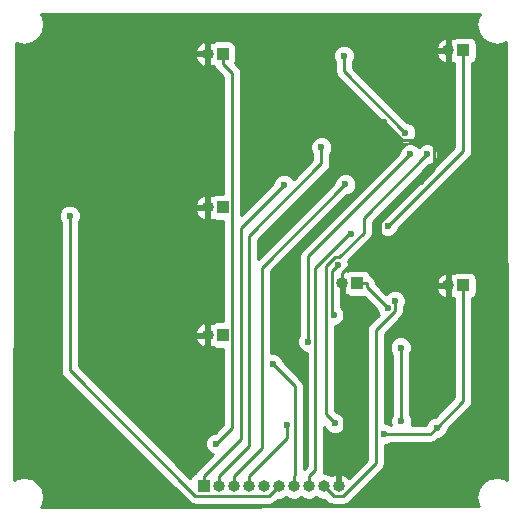
<source format=gbr>
G04 #@! TF.FileFunction,Copper,L2,Bot,Signal*
%FSLAX46Y46*%
G04 Gerber Fmt 4.6, Leading zero omitted, Abs format (unit mm)*
G04 Created by KiCad (PCBNEW 4.0.7) date 04/11/18 20:39:28*
%MOMM*%
%LPD*%
G01*
G04 APERTURE LIST*
%ADD10C,0.100000*%
%ADD11R,1.000000X1.000000*%
%ADD12O,1.000000X1.000000*%
%ADD13C,0.600000*%
%ADD14C,0.250000*%
%ADD15C,0.254000*%
G04 APERTURE END LIST*
D10*
D11*
X140670000Y-99630000D03*
D12*
X139400000Y-99630000D03*
D11*
X140670000Y-110430000D03*
D12*
X139400000Y-110430000D03*
D11*
X140670000Y-86630000D03*
D12*
X139400000Y-86630000D03*
D11*
X161070000Y-86330000D03*
D12*
X159800000Y-86330000D03*
D11*
X161070000Y-106230000D03*
D12*
X159800000Y-106230000D03*
D11*
X152070000Y-106030000D03*
D12*
X150800000Y-106030000D03*
D11*
X139070000Y-123230000D03*
D12*
X140340000Y-123230000D03*
X141610000Y-123230000D03*
X142880000Y-123230000D03*
X144150000Y-123230000D03*
X145420000Y-123230000D03*
X146690000Y-123230000D03*
X147960000Y-123230000D03*
X149230000Y-123230000D03*
X150500000Y-123230000D03*
D13*
X140134200Y-119630000D03*
X134363400Y-116180000D03*
X158895100Y-90800000D03*
X154358900Y-92420200D03*
X151138400Y-115500000D03*
X157497300Y-97507500D03*
X154650700Y-101187500D03*
X158790400Y-118275100D03*
X154372400Y-118810100D03*
X156537700Y-95127300D03*
X147917000Y-110988400D03*
X149042700Y-94535600D03*
X151067100Y-97676800D03*
X145880600Y-97700400D03*
X150198000Y-117905100D03*
X157991900Y-95127300D03*
X150118300Y-108743400D03*
X150415500Y-104521600D03*
X146169200Y-118011100D03*
X154647500Y-108132600D03*
X156135600Y-93300000D03*
X150945900Y-86771200D03*
X155807300Y-117720800D03*
X155751900Y-111485700D03*
X127733700Y-100332300D03*
X144931200Y-112871100D03*
X151535400Y-101885600D03*
X155259300Y-107526700D03*
D14*
X141495400Y-118268800D02*
X140134200Y-119630000D01*
X141495400Y-88280700D02*
X141495400Y-118268800D01*
X140670000Y-87455300D02*
X141495400Y-88280700D01*
X140670000Y-86630000D02*
X140670000Y-87455300D01*
X139288100Y-111255300D02*
X134363400Y-116180000D01*
X139400000Y-111255300D02*
X139288100Y-111255300D01*
X139400000Y-110430000D02*
X139400000Y-111255300D01*
X159800000Y-86330000D02*
X159800000Y-87155300D01*
X158895100Y-88060200D02*
X158895100Y-90800000D01*
X159800000Y-87155300D02*
X158895100Y-88060200D01*
X159800000Y-106230000D02*
X158974700Y-106230000D01*
X150500000Y-123230000D02*
X150500000Y-122404700D01*
X150800000Y-106030000D02*
X150800000Y-105204700D01*
X151138400Y-115500000D02*
X150990100Y-115500000D01*
X150990100Y-121914600D02*
X150500000Y-122404700D01*
X150990100Y-115500000D02*
X150990100Y-121914600D01*
X150990100Y-107045400D02*
X150800000Y-106855300D01*
X150990100Y-115500000D02*
X150990100Y-107045400D01*
X150800000Y-106030000D02*
X150800000Y-106855300D01*
X155880200Y-93941500D02*
X154358900Y-92420200D01*
X158617300Y-93941500D02*
X155880200Y-93941500D01*
X158617300Y-96387500D02*
X157497300Y-97507500D01*
X158617300Y-93941500D02*
X158617300Y-96387500D01*
X158895100Y-93663700D02*
X158617300Y-93941500D01*
X158895100Y-90800000D02*
X158895100Y-93663700D01*
X157362500Y-97507500D02*
X157497300Y-97507500D01*
X154005000Y-100865000D02*
X157362500Y-97507500D01*
X154005000Y-103179200D02*
X154005000Y-100865000D01*
X155923900Y-103179200D02*
X154005000Y-103179200D01*
X158974700Y-106230000D02*
X155923900Y-103179200D01*
X152825500Y-103179200D02*
X150800000Y-105204700D01*
X154005000Y-103179200D02*
X152825500Y-103179200D01*
X154721600Y-101187500D02*
X154650700Y-101187500D01*
X161070000Y-94839100D02*
X154721600Y-101187500D01*
X161070000Y-86330000D02*
X161070000Y-94839100D01*
X161070000Y-115995500D02*
X158790400Y-118275100D01*
X161070000Y-106230000D02*
X161070000Y-115995500D01*
X158255400Y-118810100D02*
X154372400Y-118810100D01*
X158790400Y-118275100D02*
X158255400Y-118810100D01*
X147917000Y-103748000D02*
X147917000Y-110988400D01*
X156537700Y-95127300D02*
X147917000Y-103748000D01*
X149042700Y-95904700D02*
X149042700Y-94535600D01*
X142883800Y-102063600D02*
X149042700Y-95904700D01*
X142883800Y-119860900D02*
X142883800Y-102063600D01*
X140340000Y-122404700D02*
X142883800Y-119860900D01*
X140340000Y-123230000D02*
X140340000Y-122404700D01*
X141610000Y-123230000D02*
X141610000Y-122404700D01*
X144013000Y-104730900D02*
X151067100Y-97676800D01*
X144013000Y-120001700D02*
X144013000Y-104730900D01*
X141610000Y-122404700D02*
X144013000Y-120001700D01*
X139070000Y-123230000D02*
X139070000Y-122404700D01*
X142247900Y-119226800D02*
X139070000Y-122404700D01*
X142247900Y-101333100D02*
X142247900Y-119226800D01*
X145880600Y-97700400D02*
X142247900Y-101333100D01*
X149444900Y-117152000D02*
X150198000Y-117905100D01*
X149444900Y-104589000D02*
X149444900Y-117152000D01*
X150214300Y-103819600D02*
X149444900Y-104589000D01*
X150549000Y-103819600D02*
X150214300Y-103819600D01*
X152614800Y-101753800D02*
X150549000Y-103819600D01*
X152614800Y-100504400D02*
X152614800Y-101753800D01*
X157991900Y-95127300D02*
X152614800Y-100504400D01*
X149964600Y-104972500D02*
X150415500Y-104521600D01*
X149964600Y-108589700D02*
X149964600Y-104972500D01*
X150118300Y-108743400D02*
X149964600Y-108589700D01*
X142880000Y-123230000D02*
X142880000Y-122404700D01*
X146169200Y-119115500D02*
X146169200Y-118011100D01*
X142880000Y-122404700D02*
X146169200Y-119115500D01*
X152895300Y-106380400D02*
X154647500Y-108132600D01*
X152895300Y-106030000D02*
X152895300Y-106380400D01*
X152070000Y-106030000D02*
X152895300Y-106030000D01*
X150945900Y-88110300D02*
X156135600Y-93300000D01*
X150945900Y-86771200D02*
X150945900Y-88110300D01*
X155807300Y-111541100D02*
X155807300Y-117720800D01*
X155751900Y-111485700D02*
X155807300Y-111541100D01*
X127733700Y-113407300D02*
X127733700Y-100332300D01*
X138381800Y-124055400D02*
X127733700Y-113407300D01*
X144594600Y-124055400D02*
X138381800Y-124055400D01*
X145420000Y-123230000D02*
X144594600Y-124055400D01*
X146690000Y-123230000D02*
X146690000Y-122404700D01*
X146794600Y-114734500D02*
X144931200Y-112871100D01*
X146794600Y-122300100D02*
X146794600Y-114734500D01*
X146690000Y-122404700D02*
X146794600Y-122300100D01*
X147960000Y-123230000D02*
X147960000Y-122404700D01*
X151399800Y-101885600D02*
X151535400Y-101885600D01*
X148542300Y-104743100D02*
X151399800Y-101885600D01*
X148542300Y-121822400D02*
X148542300Y-104743100D01*
X147960000Y-122404700D02*
X148542300Y-121822400D01*
X155272800Y-107540200D02*
X155259300Y-107526700D01*
X155272800Y-108391700D02*
X155272800Y-107540200D01*
X153630700Y-110033800D02*
X155272800Y-108391700D01*
X153630700Y-121295000D02*
X153630700Y-110033800D01*
X150851300Y-124074400D02*
X153630700Y-121295000D01*
X150074400Y-124074400D02*
X150851300Y-124074400D01*
X149230000Y-123230000D02*
X150074400Y-124074400D01*
D15*
G36*
X162290166Y-83475611D02*
X162160000Y-84130000D01*
X162290166Y-84784389D01*
X162660847Y-85339153D01*
X163215611Y-85709834D01*
X163870000Y-85840000D01*
X164524389Y-85709834D01*
X164648957Y-85626600D01*
X164737421Y-122692509D01*
X164524389Y-122550166D01*
X163870000Y-122420000D01*
X163215611Y-122550166D01*
X162660847Y-122920847D01*
X162290166Y-123475611D01*
X162160000Y-124130000D01*
X162290166Y-124784389D01*
X162373390Y-124908943D01*
X125307642Y-124997195D01*
X125449834Y-124784389D01*
X125580000Y-124130000D01*
X125449834Y-123475611D01*
X125079153Y-122920847D01*
X124524389Y-122550166D01*
X123870000Y-122420000D01*
X123215611Y-122550166D01*
X123008628Y-122688467D01*
X123114204Y-100517467D01*
X126798538Y-100517467D01*
X126940583Y-100861243D01*
X126973700Y-100894418D01*
X126973700Y-113407300D01*
X127031552Y-113698139D01*
X127196299Y-113944701D01*
X137844399Y-124592801D01*
X138090960Y-124757548D01*
X138139214Y-124767146D01*
X138381800Y-124815400D01*
X144594600Y-124815400D01*
X144885439Y-124757548D01*
X145132001Y-124592801D01*
X145351243Y-124373559D01*
X145420000Y-124387236D01*
X145854346Y-124300839D01*
X146055000Y-124166766D01*
X146255654Y-124300839D01*
X146690000Y-124387236D01*
X147124346Y-124300839D01*
X147325000Y-124166766D01*
X147525654Y-124300839D01*
X147960000Y-124387236D01*
X148394346Y-124300839D01*
X148595000Y-124166766D01*
X148795654Y-124300839D01*
X149230000Y-124387236D01*
X149298757Y-124373559D01*
X149536999Y-124611801D01*
X149783561Y-124776548D01*
X150074400Y-124834400D01*
X150851300Y-124834400D01*
X151142139Y-124776548D01*
X151388701Y-124611801D01*
X154168101Y-121832401D01*
X154332848Y-121585840D01*
X154390700Y-121295000D01*
X154390700Y-119745117D01*
X154557567Y-119745262D01*
X154901343Y-119603217D01*
X154934518Y-119570100D01*
X158255400Y-119570100D01*
X158546239Y-119512248D01*
X158792801Y-119347501D01*
X158930080Y-119210222D01*
X158975567Y-119210262D01*
X159319343Y-119068217D01*
X159582592Y-118805427D01*
X159725238Y-118461899D01*
X159725279Y-118415023D01*
X161607401Y-116532901D01*
X161772148Y-116286340D01*
X161830000Y-115995500D01*
X161830000Y-107317279D01*
X162021441Y-107194090D01*
X162166431Y-106981890D01*
X162217440Y-106730000D01*
X162217440Y-105730000D01*
X162173162Y-105494683D01*
X162034090Y-105278559D01*
X161821890Y-105133569D01*
X161570000Y-105082560D01*
X160570000Y-105082560D01*
X160334683Y-105126838D01*
X160234968Y-105191003D01*
X160101874Y-105135881D01*
X159927000Y-105262046D01*
X159927000Y-105708075D01*
X159922560Y-105730000D01*
X159922560Y-106730000D01*
X159927000Y-106753597D01*
X159927000Y-107197954D01*
X160101874Y-107324119D01*
X160234398Y-107269233D01*
X160310000Y-107320890D01*
X160310000Y-115680698D01*
X158650720Y-117339978D01*
X158605233Y-117339938D01*
X158261457Y-117481983D01*
X157998208Y-117744773D01*
X157871425Y-118050100D01*
X156682966Y-118050100D01*
X156742138Y-117907599D01*
X156742462Y-117535633D01*
X156600417Y-117191857D01*
X156567300Y-117158682D01*
X156567300Y-111960136D01*
X156686738Y-111672499D01*
X156687062Y-111300533D01*
X156545017Y-110956757D01*
X156282227Y-110693508D01*
X155938699Y-110550862D01*
X155566733Y-110550538D01*
X155222957Y-110692583D01*
X154959708Y-110955373D01*
X154817062Y-111298901D01*
X154816738Y-111670867D01*
X154958783Y-112014643D01*
X155047300Y-112103315D01*
X155047300Y-117158337D01*
X155015108Y-117190473D01*
X154872462Y-117534001D01*
X154872138Y-117905967D01*
X154929453Y-118044681D01*
X154902727Y-118017908D01*
X154559199Y-117875262D01*
X154390700Y-117875115D01*
X154390700Y-110348602D01*
X155810201Y-108929101D01*
X155974948Y-108682539D01*
X156032800Y-108391700D01*
X156032800Y-108075686D01*
X156051492Y-108057027D01*
X156194138Y-107713499D01*
X156194462Y-107341533D01*
X156052417Y-106997757D01*
X155789627Y-106734508D01*
X155446099Y-106591862D01*
X155074133Y-106591538D01*
X154730357Y-106733583D01*
X154526643Y-106936941D01*
X154121579Y-106531877D01*
X158705868Y-106531877D01*
X158904677Y-106927604D01*
X159239791Y-107217127D01*
X159498126Y-107324119D01*
X159673000Y-107197954D01*
X159673000Y-106357000D01*
X158830865Y-106357000D01*
X158705868Y-106531877D01*
X154121579Y-106531877D01*
X153655300Y-106065598D01*
X153655300Y-106030000D01*
X153635036Y-105928123D01*
X158705868Y-105928123D01*
X158830865Y-106103000D01*
X159673000Y-106103000D01*
X159673000Y-105262046D01*
X159498126Y-105135881D01*
X159239791Y-105242873D01*
X158904677Y-105532396D01*
X158705868Y-105928123D01*
X153635036Y-105928123D01*
X153597448Y-105739161D01*
X153432701Y-105492599D01*
X153186139Y-105327852D01*
X153179141Y-105326460D01*
X153173162Y-105294683D01*
X153034090Y-105078559D01*
X152821890Y-104933569D01*
X152570000Y-104882560D01*
X151570000Y-104882560D01*
X151334683Y-104926838D01*
X151234968Y-104991003D01*
X151233280Y-104990304D01*
X151350338Y-104708399D01*
X151350662Y-104336433D01*
X151279411Y-104163991D01*
X153152201Y-102291201D01*
X153316948Y-102044640D01*
X153374800Y-101753800D01*
X153374800Y-101372667D01*
X153715538Y-101372667D01*
X153857583Y-101716443D01*
X154120373Y-101979692D01*
X154463901Y-102122338D01*
X154835867Y-102122662D01*
X155179643Y-101980617D01*
X155442892Y-101717827D01*
X155568449Y-101415453D01*
X161607401Y-95376501D01*
X161772148Y-95129940D01*
X161830000Y-94839100D01*
X161830000Y-87417279D01*
X162021441Y-87294090D01*
X162166431Y-87081890D01*
X162217440Y-86830000D01*
X162217440Y-85830000D01*
X162173162Y-85594683D01*
X162034090Y-85378559D01*
X161821890Y-85233569D01*
X161570000Y-85182560D01*
X160570000Y-85182560D01*
X160334683Y-85226838D01*
X160234968Y-85291003D01*
X160101874Y-85235881D01*
X159927000Y-85362046D01*
X159927000Y-85808075D01*
X159922560Y-85830000D01*
X159922560Y-86830000D01*
X159927000Y-86853597D01*
X159927000Y-87297954D01*
X160101874Y-87424119D01*
X160234398Y-87369233D01*
X160310000Y-87420890D01*
X160310000Y-94524298D01*
X154581859Y-100252439D01*
X154465533Y-100252338D01*
X154121757Y-100394383D01*
X153858508Y-100657173D01*
X153715862Y-101000701D01*
X153715538Y-101372667D01*
X153374800Y-101372667D01*
X153374800Y-100819202D01*
X158131580Y-96062422D01*
X158177067Y-96062462D01*
X158520843Y-95920417D01*
X158784092Y-95657627D01*
X158926738Y-95314099D01*
X158927062Y-94942133D01*
X158785017Y-94598357D01*
X158522227Y-94335108D01*
X158178699Y-94192462D01*
X157806733Y-94192138D01*
X157462957Y-94334183D01*
X157264685Y-94532109D01*
X157068027Y-94335108D01*
X156724499Y-94192462D01*
X156424741Y-94192201D01*
X156664543Y-94093117D01*
X156927792Y-93830327D01*
X157070438Y-93486799D01*
X157070762Y-93114833D01*
X156928717Y-92771057D01*
X156665927Y-92507808D01*
X156322399Y-92365162D01*
X156275523Y-92365121D01*
X151705900Y-87795498D01*
X151705900Y-87333663D01*
X151738092Y-87301527D01*
X151880738Y-86957999D01*
X151881022Y-86631877D01*
X158705868Y-86631877D01*
X158904677Y-87027604D01*
X159239791Y-87317127D01*
X159498126Y-87424119D01*
X159673000Y-87297954D01*
X159673000Y-86457000D01*
X158830865Y-86457000D01*
X158705868Y-86631877D01*
X151881022Y-86631877D01*
X151881062Y-86586033D01*
X151739017Y-86242257D01*
X151525257Y-86028123D01*
X158705868Y-86028123D01*
X158830865Y-86203000D01*
X159673000Y-86203000D01*
X159673000Y-85362046D01*
X159498126Y-85235881D01*
X159239791Y-85342873D01*
X158904677Y-85632396D01*
X158705868Y-86028123D01*
X151525257Y-86028123D01*
X151476227Y-85979008D01*
X151132699Y-85836362D01*
X150760733Y-85836038D01*
X150416957Y-85978083D01*
X150153708Y-86240873D01*
X150011062Y-86584401D01*
X150010738Y-86956367D01*
X150152783Y-87300143D01*
X150185900Y-87333318D01*
X150185900Y-88110300D01*
X150243752Y-88401139D01*
X150408499Y-88647701D01*
X155200478Y-93439680D01*
X155200438Y-93485167D01*
X155342483Y-93828943D01*
X155605273Y-94092192D01*
X155948801Y-94234838D01*
X156248559Y-94235099D01*
X156008757Y-94334183D01*
X155745508Y-94596973D01*
X155602862Y-94940501D01*
X155602821Y-94987377D01*
X147379599Y-103210599D01*
X147214852Y-103457161D01*
X147157000Y-103748000D01*
X147157000Y-110425937D01*
X147124808Y-110458073D01*
X146982162Y-110801601D01*
X146981838Y-111173567D01*
X147123883Y-111517343D01*
X147386673Y-111780592D01*
X147730201Y-111923238D01*
X147782300Y-111923283D01*
X147782300Y-121507598D01*
X147554600Y-121735298D01*
X147554600Y-114734500D01*
X147496748Y-114443661D01*
X147332001Y-114197099D01*
X145866322Y-112731420D01*
X145866362Y-112685933D01*
X145724317Y-112342157D01*
X145461527Y-112078908D01*
X145117999Y-111936262D01*
X144773000Y-111935961D01*
X144773000Y-105045702D01*
X151206780Y-98611922D01*
X151252267Y-98611962D01*
X151596043Y-98469917D01*
X151859292Y-98207127D01*
X152001938Y-97863599D01*
X152002262Y-97491633D01*
X151860217Y-97147857D01*
X151597427Y-96884608D01*
X151253899Y-96741962D01*
X150881933Y-96741638D01*
X150538157Y-96883683D01*
X150274908Y-97146473D01*
X150132262Y-97490001D01*
X150132221Y-97536877D01*
X143643800Y-104025298D01*
X143643800Y-102378402D01*
X149580101Y-96442101D01*
X149744848Y-96195539D01*
X149802700Y-95904700D01*
X149802700Y-95098063D01*
X149834892Y-95065927D01*
X149977538Y-94722399D01*
X149977862Y-94350433D01*
X149835817Y-94006657D01*
X149573027Y-93743408D01*
X149229499Y-93600762D01*
X148857533Y-93600438D01*
X148513757Y-93742483D01*
X148250508Y-94005273D01*
X148107862Y-94348801D01*
X148107538Y-94720767D01*
X148249583Y-95064543D01*
X148282700Y-95097718D01*
X148282700Y-95589898D01*
X146681735Y-97190863D01*
X146673717Y-97171457D01*
X146410927Y-96908208D01*
X146067399Y-96765562D01*
X145695433Y-96765238D01*
X145351657Y-96907283D01*
X145088408Y-97170073D01*
X144945762Y-97513601D01*
X144945721Y-97560477D01*
X142255400Y-100250798D01*
X142255400Y-88280700D01*
X142197548Y-87989861D01*
X142032801Y-87743299D01*
X141727853Y-87438351D01*
X141766431Y-87381890D01*
X141817440Y-87130000D01*
X141817440Y-86130000D01*
X141773162Y-85894683D01*
X141634090Y-85678559D01*
X141421890Y-85533569D01*
X141170000Y-85482560D01*
X140170000Y-85482560D01*
X139934683Y-85526838D01*
X139834968Y-85591003D01*
X139701874Y-85535881D01*
X139527000Y-85662046D01*
X139527000Y-86108075D01*
X139522560Y-86130000D01*
X139522560Y-87130000D01*
X139527000Y-87153597D01*
X139527000Y-87597954D01*
X139701874Y-87724119D01*
X139834398Y-87669233D01*
X139918110Y-87726431D01*
X139965855Y-87736100D01*
X139967852Y-87746139D01*
X140132599Y-87992701D01*
X140735400Y-88595502D01*
X140735400Y-98482560D01*
X140170000Y-98482560D01*
X139934683Y-98526838D01*
X139834968Y-98591003D01*
X139701874Y-98535881D01*
X139527000Y-98662046D01*
X139527000Y-99108075D01*
X139522560Y-99130000D01*
X139522560Y-100130000D01*
X139527000Y-100153597D01*
X139527000Y-100597954D01*
X139701874Y-100724119D01*
X139834398Y-100669233D01*
X139918110Y-100726431D01*
X140170000Y-100777440D01*
X140735400Y-100777440D01*
X140735400Y-109282560D01*
X140170000Y-109282560D01*
X139934683Y-109326838D01*
X139834968Y-109391003D01*
X139701874Y-109335881D01*
X139527000Y-109462046D01*
X139527000Y-109908075D01*
X139522560Y-109930000D01*
X139522560Y-110930000D01*
X139527000Y-110953597D01*
X139527000Y-111397954D01*
X139701874Y-111524119D01*
X139834398Y-111469233D01*
X139918110Y-111526431D01*
X140170000Y-111577440D01*
X140735400Y-111577440D01*
X140735400Y-117953997D01*
X139994520Y-118694878D01*
X139949033Y-118694838D01*
X139605257Y-118836883D01*
X139342008Y-119099673D01*
X139199362Y-119443201D01*
X139199038Y-119815167D01*
X139341083Y-120158943D01*
X139603873Y-120422192D01*
X139868021Y-120531877D01*
X138532599Y-121867299D01*
X138367852Y-122113861D01*
X138366460Y-122120859D01*
X138334683Y-122126838D01*
X138118559Y-122265910D01*
X137973569Y-122478110D01*
X137957696Y-122556494D01*
X128493700Y-113092498D01*
X128493700Y-110731877D01*
X138305868Y-110731877D01*
X138504677Y-111127604D01*
X138839791Y-111417127D01*
X139098126Y-111524119D01*
X139273000Y-111397954D01*
X139273000Y-110557000D01*
X138430865Y-110557000D01*
X138305868Y-110731877D01*
X128493700Y-110731877D01*
X128493700Y-110128123D01*
X138305868Y-110128123D01*
X138430865Y-110303000D01*
X139273000Y-110303000D01*
X139273000Y-109462046D01*
X139098126Y-109335881D01*
X138839791Y-109442873D01*
X138504677Y-109732396D01*
X138305868Y-110128123D01*
X128493700Y-110128123D01*
X128493700Y-100894763D01*
X128525892Y-100862627D01*
X128668538Y-100519099D01*
X128668862Y-100147133D01*
X128579921Y-99931877D01*
X138305868Y-99931877D01*
X138504677Y-100327604D01*
X138839791Y-100617127D01*
X139098126Y-100724119D01*
X139273000Y-100597954D01*
X139273000Y-99757000D01*
X138430865Y-99757000D01*
X138305868Y-99931877D01*
X128579921Y-99931877D01*
X128526817Y-99803357D01*
X128264027Y-99540108D01*
X127920499Y-99397462D01*
X127548533Y-99397138D01*
X127204757Y-99539183D01*
X126941508Y-99801973D01*
X126798862Y-100145501D01*
X126798538Y-100517467D01*
X123114204Y-100517467D01*
X123119867Y-99328123D01*
X138305868Y-99328123D01*
X138430865Y-99503000D01*
X139273000Y-99503000D01*
X139273000Y-98662046D01*
X139098126Y-98535881D01*
X138839791Y-98642873D01*
X138504677Y-98932396D01*
X138305868Y-99328123D01*
X123119867Y-99328123D01*
X123178897Y-86931877D01*
X138305868Y-86931877D01*
X138504677Y-87327604D01*
X138839791Y-87617127D01*
X139098126Y-87724119D01*
X139273000Y-87597954D01*
X139273000Y-86757000D01*
X138430865Y-86757000D01*
X138305868Y-86931877D01*
X123178897Y-86931877D01*
X123181772Y-86328123D01*
X138305868Y-86328123D01*
X138430865Y-86503000D01*
X139273000Y-86503000D01*
X139273000Y-85662046D01*
X139098126Y-85535881D01*
X138839791Y-85642873D01*
X138504677Y-85932396D01*
X138305868Y-86328123D01*
X123181772Y-86328123D01*
X123184815Y-85689257D01*
X123215611Y-85709834D01*
X123870000Y-85840000D01*
X124524389Y-85709834D01*
X125079153Y-85339153D01*
X125449834Y-84784389D01*
X125580000Y-84130000D01*
X125449834Y-83475611D01*
X125303763Y-83257000D01*
X162436237Y-83257000D01*
X162290166Y-83475611D01*
X162290166Y-83475611D01*
G37*
X162290166Y-83475611D02*
X162160000Y-84130000D01*
X162290166Y-84784389D01*
X162660847Y-85339153D01*
X163215611Y-85709834D01*
X163870000Y-85840000D01*
X164524389Y-85709834D01*
X164648957Y-85626600D01*
X164737421Y-122692509D01*
X164524389Y-122550166D01*
X163870000Y-122420000D01*
X163215611Y-122550166D01*
X162660847Y-122920847D01*
X162290166Y-123475611D01*
X162160000Y-124130000D01*
X162290166Y-124784389D01*
X162373390Y-124908943D01*
X125307642Y-124997195D01*
X125449834Y-124784389D01*
X125580000Y-124130000D01*
X125449834Y-123475611D01*
X125079153Y-122920847D01*
X124524389Y-122550166D01*
X123870000Y-122420000D01*
X123215611Y-122550166D01*
X123008628Y-122688467D01*
X123114204Y-100517467D01*
X126798538Y-100517467D01*
X126940583Y-100861243D01*
X126973700Y-100894418D01*
X126973700Y-113407300D01*
X127031552Y-113698139D01*
X127196299Y-113944701D01*
X137844399Y-124592801D01*
X138090960Y-124757548D01*
X138139214Y-124767146D01*
X138381800Y-124815400D01*
X144594600Y-124815400D01*
X144885439Y-124757548D01*
X145132001Y-124592801D01*
X145351243Y-124373559D01*
X145420000Y-124387236D01*
X145854346Y-124300839D01*
X146055000Y-124166766D01*
X146255654Y-124300839D01*
X146690000Y-124387236D01*
X147124346Y-124300839D01*
X147325000Y-124166766D01*
X147525654Y-124300839D01*
X147960000Y-124387236D01*
X148394346Y-124300839D01*
X148595000Y-124166766D01*
X148795654Y-124300839D01*
X149230000Y-124387236D01*
X149298757Y-124373559D01*
X149536999Y-124611801D01*
X149783561Y-124776548D01*
X150074400Y-124834400D01*
X150851300Y-124834400D01*
X151142139Y-124776548D01*
X151388701Y-124611801D01*
X154168101Y-121832401D01*
X154332848Y-121585840D01*
X154390700Y-121295000D01*
X154390700Y-119745117D01*
X154557567Y-119745262D01*
X154901343Y-119603217D01*
X154934518Y-119570100D01*
X158255400Y-119570100D01*
X158546239Y-119512248D01*
X158792801Y-119347501D01*
X158930080Y-119210222D01*
X158975567Y-119210262D01*
X159319343Y-119068217D01*
X159582592Y-118805427D01*
X159725238Y-118461899D01*
X159725279Y-118415023D01*
X161607401Y-116532901D01*
X161772148Y-116286340D01*
X161830000Y-115995500D01*
X161830000Y-107317279D01*
X162021441Y-107194090D01*
X162166431Y-106981890D01*
X162217440Y-106730000D01*
X162217440Y-105730000D01*
X162173162Y-105494683D01*
X162034090Y-105278559D01*
X161821890Y-105133569D01*
X161570000Y-105082560D01*
X160570000Y-105082560D01*
X160334683Y-105126838D01*
X160234968Y-105191003D01*
X160101874Y-105135881D01*
X159927000Y-105262046D01*
X159927000Y-105708075D01*
X159922560Y-105730000D01*
X159922560Y-106730000D01*
X159927000Y-106753597D01*
X159927000Y-107197954D01*
X160101874Y-107324119D01*
X160234398Y-107269233D01*
X160310000Y-107320890D01*
X160310000Y-115680698D01*
X158650720Y-117339978D01*
X158605233Y-117339938D01*
X158261457Y-117481983D01*
X157998208Y-117744773D01*
X157871425Y-118050100D01*
X156682966Y-118050100D01*
X156742138Y-117907599D01*
X156742462Y-117535633D01*
X156600417Y-117191857D01*
X156567300Y-117158682D01*
X156567300Y-111960136D01*
X156686738Y-111672499D01*
X156687062Y-111300533D01*
X156545017Y-110956757D01*
X156282227Y-110693508D01*
X155938699Y-110550862D01*
X155566733Y-110550538D01*
X155222957Y-110692583D01*
X154959708Y-110955373D01*
X154817062Y-111298901D01*
X154816738Y-111670867D01*
X154958783Y-112014643D01*
X155047300Y-112103315D01*
X155047300Y-117158337D01*
X155015108Y-117190473D01*
X154872462Y-117534001D01*
X154872138Y-117905967D01*
X154929453Y-118044681D01*
X154902727Y-118017908D01*
X154559199Y-117875262D01*
X154390700Y-117875115D01*
X154390700Y-110348602D01*
X155810201Y-108929101D01*
X155974948Y-108682539D01*
X156032800Y-108391700D01*
X156032800Y-108075686D01*
X156051492Y-108057027D01*
X156194138Y-107713499D01*
X156194462Y-107341533D01*
X156052417Y-106997757D01*
X155789627Y-106734508D01*
X155446099Y-106591862D01*
X155074133Y-106591538D01*
X154730357Y-106733583D01*
X154526643Y-106936941D01*
X154121579Y-106531877D01*
X158705868Y-106531877D01*
X158904677Y-106927604D01*
X159239791Y-107217127D01*
X159498126Y-107324119D01*
X159673000Y-107197954D01*
X159673000Y-106357000D01*
X158830865Y-106357000D01*
X158705868Y-106531877D01*
X154121579Y-106531877D01*
X153655300Y-106065598D01*
X153655300Y-106030000D01*
X153635036Y-105928123D01*
X158705868Y-105928123D01*
X158830865Y-106103000D01*
X159673000Y-106103000D01*
X159673000Y-105262046D01*
X159498126Y-105135881D01*
X159239791Y-105242873D01*
X158904677Y-105532396D01*
X158705868Y-105928123D01*
X153635036Y-105928123D01*
X153597448Y-105739161D01*
X153432701Y-105492599D01*
X153186139Y-105327852D01*
X153179141Y-105326460D01*
X153173162Y-105294683D01*
X153034090Y-105078559D01*
X152821890Y-104933569D01*
X152570000Y-104882560D01*
X151570000Y-104882560D01*
X151334683Y-104926838D01*
X151234968Y-104991003D01*
X151233280Y-104990304D01*
X151350338Y-104708399D01*
X151350662Y-104336433D01*
X151279411Y-104163991D01*
X153152201Y-102291201D01*
X153316948Y-102044640D01*
X153374800Y-101753800D01*
X153374800Y-101372667D01*
X153715538Y-101372667D01*
X153857583Y-101716443D01*
X154120373Y-101979692D01*
X154463901Y-102122338D01*
X154835867Y-102122662D01*
X155179643Y-101980617D01*
X155442892Y-101717827D01*
X155568449Y-101415453D01*
X161607401Y-95376501D01*
X161772148Y-95129940D01*
X161830000Y-94839100D01*
X161830000Y-87417279D01*
X162021441Y-87294090D01*
X162166431Y-87081890D01*
X162217440Y-86830000D01*
X162217440Y-85830000D01*
X162173162Y-85594683D01*
X162034090Y-85378559D01*
X161821890Y-85233569D01*
X161570000Y-85182560D01*
X160570000Y-85182560D01*
X160334683Y-85226838D01*
X160234968Y-85291003D01*
X160101874Y-85235881D01*
X159927000Y-85362046D01*
X159927000Y-85808075D01*
X159922560Y-85830000D01*
X159922560Y-86830000D01*
X159927000Y-86853597D01*
X159927000Y-87297954D01*
X160101874Y-87424119D01*
X160234398Y-87369233D01*
X160310000Y-87420890D01*
X160310000Y-94524298D01*
X154581859Y-100252439D01*
X154465533Y-100252338D01*
X154121757Y-100394383D01*
X153858508Y-100657173D01*
X153715862Y-101000701D01*
X153715538Y-101372667D01*
X153374800Y-101372667D01*
X153374800Y-100819202D01*
X158131580Y-96062422D01*
X158177067Y-96062462D01*
X158520843Y-95920417D01*
X158784092Y-95657627D01*
X158926738Y-95314099D01*
X158927062Y-94942133D01*
X158785017Y-94598357D01*
X158522227Y-94335108D01*
X158178699Y-94192462D01*
X157806733Y-94192138D01*
X157462957Y-94334183D01*
X157264685Y-94532109D01*
X157068027Y-94335108D01*
X156724499Y-94192462D01*
X156424741Y-94192201D01*
X156664543Y-94093117D01*
X156927792Y-93830327D01*
X157070438Y-93486799D01*
X157070762Y-93114833D01*
X156928717Y-92771057D01*
X156665927Y-92507808D01*
X156322399Y-92365162D01*
X156275523Y-92365121D01*
X151705900Y-87795498D01*
X151705900Y-87333663D01*
X151738092Y-87301527D01*
X151880738Y-86957999D01*
X151881022Y-86631877D01*
X158705868Y-86631877D01*
X158904677Y-87027604D01*
X159239791Y-87317127D01*
X159498126Y-87424119D01*
X159673000Y-87297954D01*
X159673000Y-86457000D01*
X158830865Y-86457000D01*
X158705868Y-86631877D01*
X151881022Y-86631877D01*
X151881062Y-86586033D01*
X151739017Y-86242257D01*
X151525257Y-86028123D01*
X158705868Y-86028123D01*
X158830865Y-86203000D01*
X159673000Y-86203000D01*
X159673000Y-85362046D01*
X159498126Y-85235881D01*
X159239791Y-85342873D01*
X158904677Y-85632396D01*
X158705868Y-86028123D01*
X151525257Y-86028123D01*
X151476227Y-85979008D01*
X151132699Y-85836362D01*
X150760733Y-85836038D01*
X150416957Y-85978083D01*
X150153708Y-86240873D01*
X150011062Y-86584401D01*
X150010738Y-86956367D01*
X150152783Y-87300143D01*
X150185900Y-87333318D01*
X150185900Y-88110300D01*
X150243752Y-88401139D01*
X150408499Y-88647701D01*
X155200478Y-93439680D01*
X155200438Y-93485167D01*
X155342483Y-93828943D01*
X155605273Y-94092192D01*
X155948801Y-94234838D01*
X156248559Y-94235099D01*
X156008757Y-94334183D01*
X155745508Y-94596973D01*
X155602862Y-94940501D01*
X155602821Y-94987377D01*
X147379599Y-103210599D01*
X147214852Y-103457161D01*
X147157000Y-103748000D01*
X147157000Y-110425937D01*
X147124808Y-110458073D01*
X146982162Y-110801601D01*
X146981838Y-111173567D01*
X147123883Y-111517343D01*
X147386673Y-111780592D01*
X147730201Y-111923238D01*
X147782300Y-111923283D01*
X147782300Y-121507598D01*
X147554600Y-121735298D01*
X147554600Y-114734500D01*
X147496748Y-114443661D01*
X147332001Y-114197099D01*
X145866322Y-112731420D01*
X145866362Y-112685933D01*
X145724317Y-112342157D01*
X145461527Y-112078908D01*
X145117999Y-111936262D01*
X144773000Y-111935961D01*
X144773000Y-105045702D01*
X151206780Y-98611922D01*
X151252267Y-98611962D01*
X151596043Y-98469917D01*
X151859292Y-98207127D01*
X152001938Y-97863599D01*
X152002262Y-97491633D01*
X151860217Y-97147857D01*
X151597427Y-96884608D01*
X151253899Y-96741962D01*
X150881933Y-96741638D01*
X150538157Y-96883683D01*
X150274908Y-97146473D01*
X150132262Y-97490001D01*
X150132221Y-97536877D01*
X143643800Y-104025298D01*
X143643800Y-102378402D01*
X149580101Y-96442101D01*
X149744848Y-96195539D01*
X149802700Y-95904700D01*
X149802700Y-95098063D01*
X149834892Y-95065927D01*
X149977538Y-94722399D01*
X149977862Y-94350433D01*
X149835817Y-94006657D01*
X149573027Y-93743408D01*
X149229499Y-93600762D01*
X148857533Y-93600438D01*
X148513757Y-93742483D01*
X148250508Y-94005273D01*
X148107862Y-94348801D01*
X148107538Y-94720767D01*
X148249583Y-95064543D01*
X148282700Y-95097718D01*
X148282700Y-95589898D01*
X146681735Y-97190863D01*
X146673717Y-97171457D01*
X146410927Y-96908208D01*
X146067399Y-96765562D01*
X145695433Y-96765238D01*
X145351657Y-96907283D01*
X145088408Y-97170073D01*
X144945762Y-97513601D01*
X144945721Y-97560477D01*
X142255400Y-100250798D01*
X142255400Y-88280700D01*
X142197548Y-87989861D01*
X142032801Y-87743299D01*
X141727853Y-87438351D01*
X141766431Y-87381890D01*
X141817440Y-87130000D01*
X141817440Y-86130000D01*
X141773162Y-85894683D01*
X141634090Y-85678559D01*
X141421890Y-85533569D01*
X141170000Y-85482560D01*
X140170000Y-85482560D01*
X139934683Y-85526838D01*
X139834968Y-85591003D01*
X139701874Y-85535881D01*
X139527000Y-85662046D01*
X139527000Y-86108075D01*
X139522560Y-86130000D01*
X139522560Y-87130000D01*
X139527000Y-87153597D01*
X139527000Y-87597954D01*
X139701874Y-87724119D01*
X139834398Y-87669233D01*
X139918110Y-87726431D01*
X139965855Y-87736100D01*
X139967852Y-87746139D01*
X140132599Y-87992701D01*
X140735400Y-88595502D01*
X140735400Y-98482560D01*
X140170000Y-98482560D01*
X139934683Y-98526838D01*
X139834968Y-98591003D01*
X139701874Y-98535881D01*
X139527000Y-98662046D01*
X139527000Y-99108075D01*
X139522560Y-99130000D01*
X139522560Y-100130000D01*
X139527000Y-100153597D01*
X139527000Y-100597954D01*
X139701874Y-100724119D01*
X139834398Y-100669233D01*
X139918110Y-100726431D01*
X140170000Y-100777440D01*
X140735400Y-100777440D01*
X140735400Y-109282560D01*
X140170000Y-109282560D01*
X139934683Y-109326838D01*
X139834968Y-109391003D01*
X139701874Y-109335881D01*
X139527000Y-109462046D01*
X139527000Y-109908075D01*
X139522560Y-109930000D01*
X139522560Y-110930000D01*
X139527000Y-110953597D01*
X139527000Y-111397954D01*
X139701874Y-111524119D01*
X139834398Y-111469233D01*
X139918110Y-111526431D01*
X140170000Y-111577440D01*
X140735400Y-111577440D01*
X140735400Y-117953997D01*
X139994520Y-118694878D01*
X139949033Y-118694838D01*
X139605257Y-118836883D01*
X139342008Y-119099673D01*
X139199362Y-119443201D01*
X139199038Y-119815167D01*
X139341083Y-120158943D01*
X139603873Y-120422192D01*
X139868021Y-120531877D01*
X138532599Y-121867299D01*
X138367852Y-122113861D01*
X138366460Y-122120859D01*
X138334683Y-122126838D01*
X138118559Y-122265910D01*
X137973569Y-122478110D01*
X137957696Y-122556494D01*
X128493700Y-113092498D01*
X128493700Y-110731877D01*
X138305868Y-110731877D01*
X138504677Y-111127604D01*
X138839791Y-111417127D01*
X139098126Y-111524119D01*
X139273000Y-111397954D01*
X139273000Y-110557000D01*
X138430865Y-110557000D01*
X138305868Y-110731877D01*
X128493700Y-110731877D01*
X128493700Y-110128123D01*
X138305868Y-110128123D01*
X138430865Y-110303000D01*
X139273000Y-110303000D01*
X139273000Y-109462046D01*
X139098126Y-109335881D01*
X138839791Y-109442873D01*
X138504677Y-109732396D01*
X138305868Y-110128123D01*
X128493700Y-110128123D01*
X128493700Y-100894763D01*
X128525892Y-100862627D01*
X128668538Y-100519099D01*
X128668862Y-100147133D01*
X128579921Y-99931877D01*
X138305868Y-99931877D01*
X138504677Y-100327604D01*
X138839791Y-100617127D01*
X139098126Y-100724119D01*
X139273000Y-100597954D01*
X139273000Y-99757000D01*
X138430865Y-99757000D01*
X138305868Y-99931877D01*
X128579921Y-99931877D01*
X128526817Y-99803357D01*
X128264027Y-99540108D01*
X127920499Y-99397462D01*
X127548533Y-99397138D01*
X127204757Y-99539183D01*
X126941508Y-99801973D01*
X126798862Y-100145501D01*
X126798538Y-100517467D01*
X123114204Y-100517467D01*
X123119867Y-99328123D01*
X138305868Y-99328123D01*
X138430865Y-99503000D01*
X139273000Y-99503000D01*
X139273000Y-98662046D01*
X139098126Y-98535881D01*
X138839791Y-98642873D01*
X138504677Y-98932396D01*
X138305868Y-99328123D01*
X123119867Y-99328123D01*
X123178897Y-86931877D01*
X138305868Y-86931877D01*
X138504677Y-87327604D01*
X138839791Y-87617127D01*
X139098126Y-87724119D01*
X139273000Y-87597954D01*
X139273000Y-86757000D01*
X138430865Y-86757000D01*
X138305868Y-86931877D01*
X123178897Y-86931877D01*
X123181772Y-86328123D01*
X138305868Y-86328123D01*
X138430865Y-86503000D01*
X139273000Y-86503000D01*
X139273000Y-85662046D01*
X139098126Y-85535881D01*
X138839791Y-85642873D01*
X138504677Y-85932396D01*
X138305868Y-86328123D01*
X123181772Y-86328123D01*
X123184815Y-85689257D01*
X123215611Y-85709834D01*
X123870000Y-85840000D01*
X124524389Y-85709834D01*
X125079153Y-85339153D01*
X125449834Y-84784389D01*
X125580000Y-84130000D01*
X125449834Y-83475611D01*
X125303763Y-83257000D01*
X162436237Y-83257000D01*
X162290166Y-83475611D01*
G36*
X150922560Y-106530000D02*
X150927000Y-106553597D01*
X150927000Y-106997954D01*
X151101874Y-107124119D01*
X151234398Y-107069233D01*
X151318110Y-107126431D01*
X151570000Y-107177440D01*
X152570000Y-107177440D01*
X152610010Y-107169912D01*
X153712378Y-108272280D01*
X153712338Y-108317767D01*
X153854383Y-108661543D01*
X153891237Y-108698461D01*
X153093299Y-109496399D01*
X152928552Y-109742961D01*
X152870700Y-110033800D01*
X152870700Y-120980198D01*
X151354109Y-122496789D01*
X151060209Y-122242873D01*
X150801874Y-122135881D01*
X150627000Y-122262046D01*
X150627000Y-123103000D01*
X150647000Y-123103000D01*
X150647000Y-123203898D01*
X150536498Y-123314400D01*
X150389202Y-123314400D01*
X150358702Y-123283900D01*
X150365000Y-123252236D01*
X150365000Y-123207764D01*
X150353000Y-123147436D01*
X150353000Y-123103000D01*
X150373000Y-123103000D01*
X150373000Y-122262046D01*
X150198126Y-122135881D01*
X149939791Y-122242873D01*
X149874304Y-122299451D01*
X149664346Y-122159161D01*
X149251643Y-122077069D01*
X149302300Y-121822400D01*
X149302300Y-118185773D01*
X149404883Y-118434043D01*
X149667673Y-118697292D01*
X150011201Y-118839938D01*
X150383167Y-118840262D01*
X150726943Y-118698217D01*
X150990192Y-118435427D01*
X151132838Y-118091899D01*
X151133162Y-117719933D01*
X150991117Y-117376157D01*
X150728327Y-117112908D01*
X150384799Y-116970262D01*
X150337923Y-116970221D01*
X150204900Y-116837198D01*
X150204900Y-109678476D01*
X150303467Y-109678562D01*
X150647243Y-109536517D01*
X150910492Y-109273727D01*
X151053138Y-108930199D01*
X151053462Y-108558233D01*
X150911417Y-108214457D01*
X150724600Y-108027314D01*
X150724600Y-105883000D01*
X150922560Y-105883000D01*
X150922560Y-106530000D01*
X150922560Y-106530000D01*
G37*
X150922560Y-106530000D02*
X150927000Y-106553597D01*
X150927000Y-106997954D01*
X151101874Y-107124119D01*
X151234398Y-107069233D01*
X151318110Y-107126431D01*
X151570000Y-107177440D01*
X152570000Y-107177440D01*
X152610010Y-107169912D01*
X153712378Y-108272280D01*
X153712338Y-108317767D01*
X153854383Y-108661543D01*
X153891237Y-108698461D01*
X153093299Y-109496399D01*
X152928552Y-109742961D01*
X152870700Y-110033800D01*
X152870700Y-120980198D01*
X151354109Y-122496789D01*
X151060209Y-122242873D01*
X150801874Y-122135881D01*
X150627000Y-122262046D01*
X150627000Y-123103000D01*
X150647000Y-123103000D01*
X150647000Y-123203898D01*
X150536498Y-123314400D01*
X150389202Y-123314400D01*
X150358702Y-123283900D01*
X150365000Y-123252236D01*
X150365000Y-123207764D01*
X150353000Y-123147436D01*
X150353000Y-123103000D01*
X150373000Y-123103000D01*
X150373000Y-122262046D01*
X150198126Y-122135881D01*
X149939791Y-122242873D01*
X149874304Y-122299451D01*
X149664346Y-122159161D01*
X149251643Y-122077069D01*
X149302300Y-121822400D01*
X149302300Y-118185773D01*
X149404883Y-118434043D01*
X149667673Y-118697292D01*
X150011201Y-118839938D01*
X150383167Y-118840262D01*
X150726943Y-118698217D01*
X150990192Y-118435427D01*
X151132838Y-118091899D01*
X151133162Y-117719933D01*
X150991117Y-117376157D01*
X150728327Y-117112908D01*
X150384799Y-116970262D01*
X150337923Y-116970221D01*
X150204900Y-116837198D01*
X150204900Y-109678476D01*
X150303467Y-109678562D01*
X150647243Y-109536517D01*
X150910492Y-109273727D01*
X151053138Y-108930199D01*
X151053462Y-108558233D01*
X150911417Y-108214457D01*
X150724600Y-108027314D01*
X150724600Y-105883000D01*
X150922560Y-105883000D01*
X150922560Y-106530000D01*
M02*

</source>
